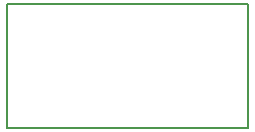
<source format=gm1>
G04 MADE WITH FRITZING*
G04 WWW.FRITZING.ORG*
G04 DOUBLE SIDED*
G04 HOLES PLATED*
G04 CONTOUR ON CENTER OF CONTOUR VECTOR*
%ASAXBY*%
%FSLAX23Y23*%
%MOIN*%
%OFA0B0*%
%SFA1.0B1.0*%
%ADD10R,0.808531X0.421496*%
%ADD11C,0.008000*%
%ADD10C,0.008*%
%LNCONTOUR*%
G90*
G70*
G54D10*
G54D11*
X4Y417D02*
X805Y417D01*
X805Y4D01*
X4Y4D01*
X4Y417D01*
D02*
G04 End of contour*
M02*
</source>
